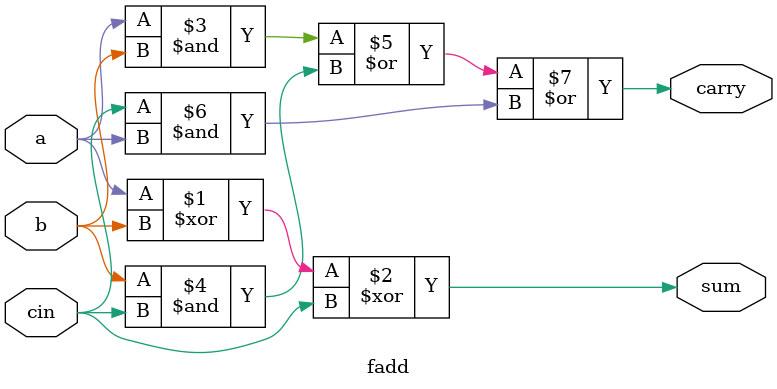
<source format=v>
module fadd(a,b,cin,sum,carry);
input a,b,cin;
output sum,carry;

assign sum=a^b^cin;
assign carry=(a&b)| (b&cin) | (cin&a);

endmodule


</source>
